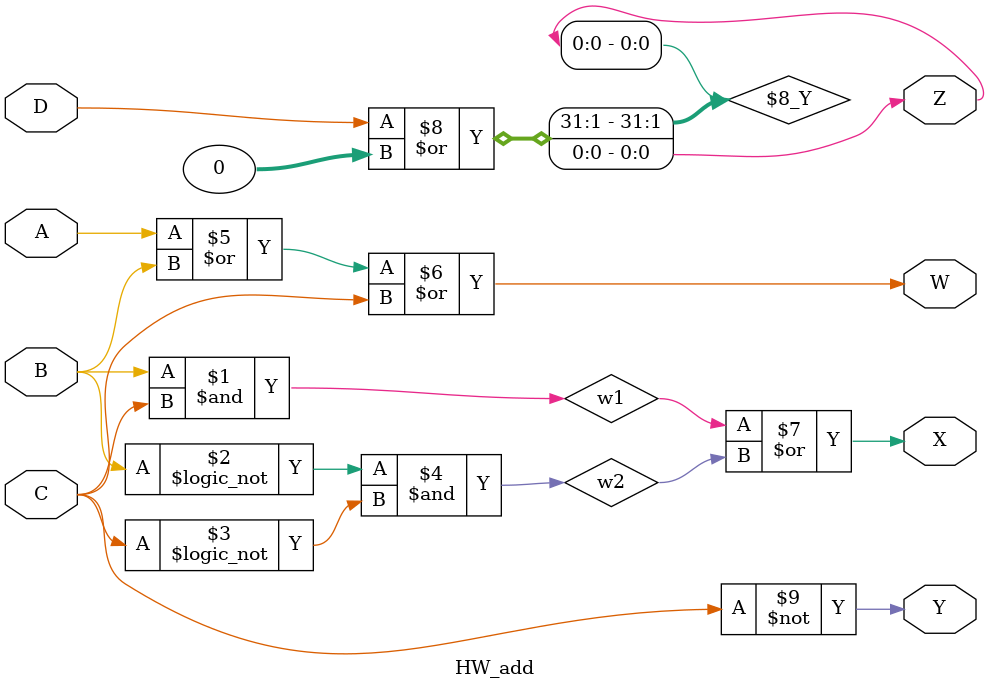
<source format=v>
module HW_add (A, B, C, D, W, X, Y, Z);
  output W,X,Y,Z;
  input	A,B,C,D;
  wire w1,w2;
 
  and G1(w1,B,C);
  and G2(w2,(!B),(!C));
  or G3(W,A,B,C);
  or G4(X,w1,w2);
  not G5(Y,C);
  or G6(Z,D,0);

endmodule
</source>
